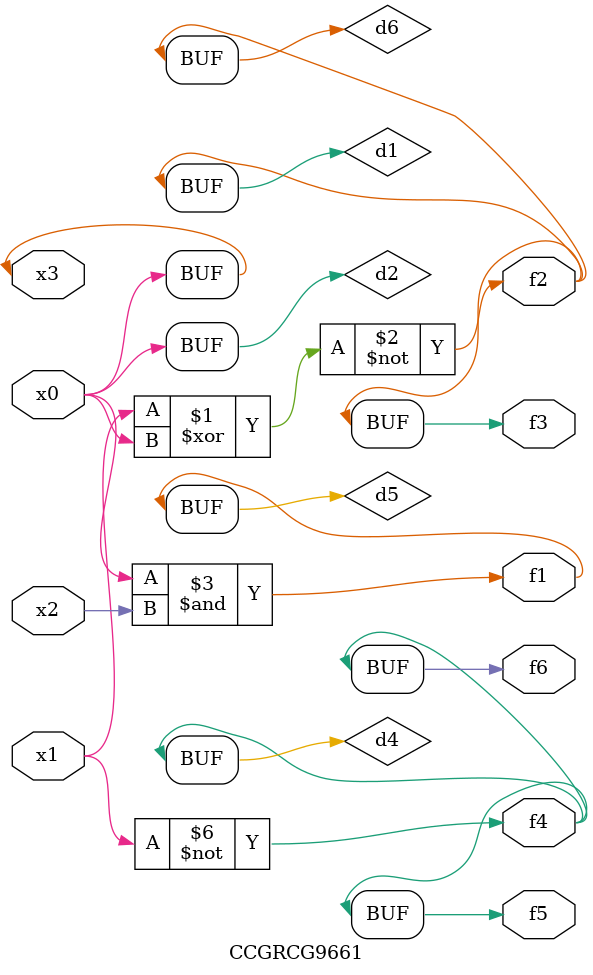
<source format=v>
module CCGRCG9661(
	input x0, x1, x2, x3,
	output f1, f2, f3, f4, f5, f6
);

	wire d1, d2, d3, d4, d5, d6;

	xnor (d1, x1, x3);
	buf (d2, x0, x3);
	nand (d3, x0, x2);
	not (d4, x1);
	nand (d5, d3);
	or (d6, d1);
	assign f1 = d5;
	assign f2 = d6;
	assign f3 = d6;
	assign f4 = d4;
	assign f5 = d4;
	assign f6 = d4;
endmodule

</source>
